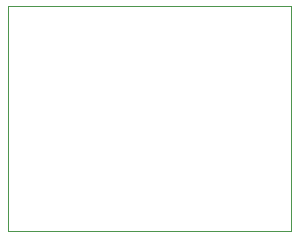
<source format=gbr>
G04 (created by PCBNEW (2013-mar-13)-testing) date Wed 12 Feb 2014 04:44:33 PM CET*
%MOIN*%
G04 Gerber Fmt 3.4, Leading zero omitted, Abs format*
%FSLAX34Y34*%
G01*
G70*
G90*
G04 APERTURE LIST*
%ADD10C,0.005906*%
%ADD11C,0.003937*%
G04 APERTURE END LIST*
G54D10*
G54D11*
X50787Y-48031D02*
X50787Y-40551D01*
X60236Y-48031D02*
X50787Y-48031D01*
X60236Y-47637D02*
X60236Y-48031D01*
X60236Y-40551D02*
X60236Y-47637D01*
X50787Y-40551D02*
X60236Y-40551D01*
M02*

</source>
